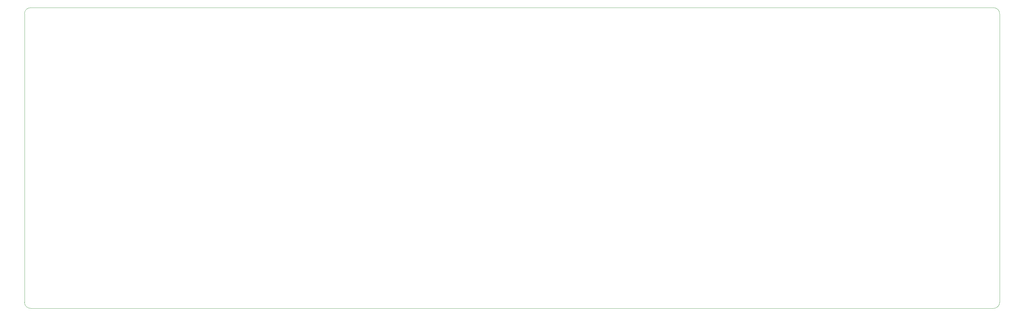
<source format=gm1>
G04 #@! TF.GenerationSoftware,KiCad,Pcbnew,(5.1.4)-1*
G04 #@! TF.CreationDate,2021-11-17T13:21:50+01:00*
G04 #@! TF.ProjectId,mini-eLiXiVy,6d696e69-2d65-44c6-9958-6956792e6b69,1.1*
G04 #@! TF.SameCoordinates,Original*
G04 #@! TF.FileFunction,Profile,NP*
%FSLAX46Y46*%
G04 Gerber Fmt 4.6, Leading zero omitted, Abs format (unit mm)*
G04 Created by KiCad (PCBNEW (5.1.4)-1) date 2021-11-17 13:21:50*
%MOMM*%
%LPD*%
G04 APERTURE LIST*
%ADD10C,0.050000*%
G04 APERTURE END LIST*
D10*
X15900400Y-109442250D02*
X314299600Y-109442250D01*
X314299600Y-15970250D02*
X15900400Y-15970250D01*
X314299600Y-15970250D02*
G75*
G02X316204600Y-17875250I0J-1905000D01*
G01*
X316204600Y-107537250D02*
G75*
G02X314299600Y-109442250I-1905000J0D01*
G01*
X316204600Y-107537250D02*
X316204600Y-17875250D01*
X15900400Y-109442250D02*
G75*
G02X13995400Y-107537250I0J1905000D01*
G01*
X13995400Y-17875250D02*
X13995400Y-107537250D01*
X13995400Y-17875250D02*
G75*
G02X15900400Y-15970250I1905000J0D01*
G01*
M02*

</source>
